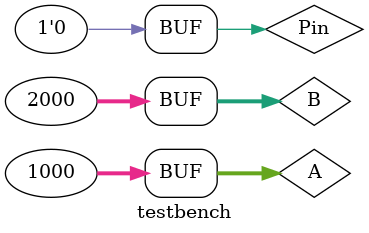
<source format=v>
`timescale 1ns / 1ps

module testbench();

        reg [31:0] A;
        reg [31:0] B;
        reg Pin;
        wire Pout;
        wire [31:0] S;
	
        fulladder32 DUT(         // <- Ïîäêëþ÷àåì ïðîâåðÿåìûé ìîäóëü
                          .A(A),
                          .B(B),
                          .Pin(Pin),
                          .S(S),
                          .Pout(Pout)
        );
	
        initial begin
            A = 32'd1; B = 32'd2; Pin = 32'd3;
            #5;                    
            
            A = 32'd10; B = 32'd20; Pin = 32'd30;
            #5;                  
                                 
            A = 32'd100; B = 32'd200; Pin = 32'd300;	
            #5;
            
            A = 32'd1000; B = 32'd2000; Pin = 32'd3000;
            #5;
        end
	
endmodule
</source>
